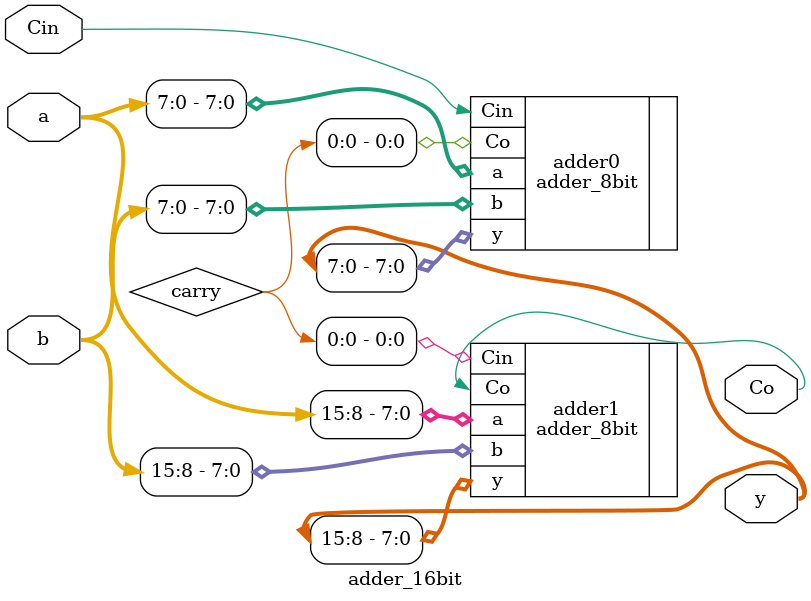
<source format=v>
module adder_16bit (
    input wire [15:0] a,
    input wire [15:0] b,
    input wire Cin,
    output wire [15:0] y,
    output wire Co
);

    wire [3:0] carry;

    adder_8bit adder0 (
        .a(a[7:0]),
        .b(b[7:0]),
        .Cin(Cin),
        .y(y[7:0]),
        .Co(carry[0])
    );

    adder_8bit adder1 (
        .a(a[15:8]),
        .b(b[15:8]),
        .Cin(carry[0]),
        .y(y[15:8]),
        .Co(Co)
    );

endmodule
</source>
